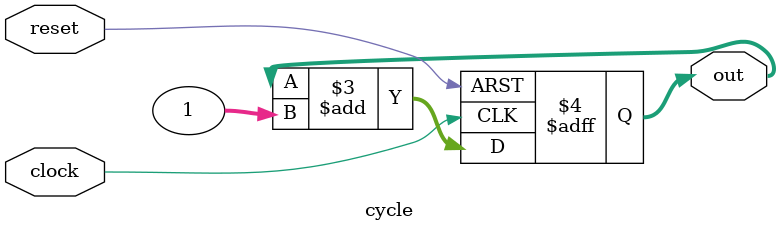
<source format=v>
module cycle(
	input clock,
	input reset,
	output reg [31:0] out);

	always @(posedge clock or negedge reset) begin
		if (reset == 1'b0) begin
			out <= 32'b00000000000000000000000000000000;
		end else begin
			out <= out + 32'b000000000000000000000001;
		end
	end

endmodule

</source>
